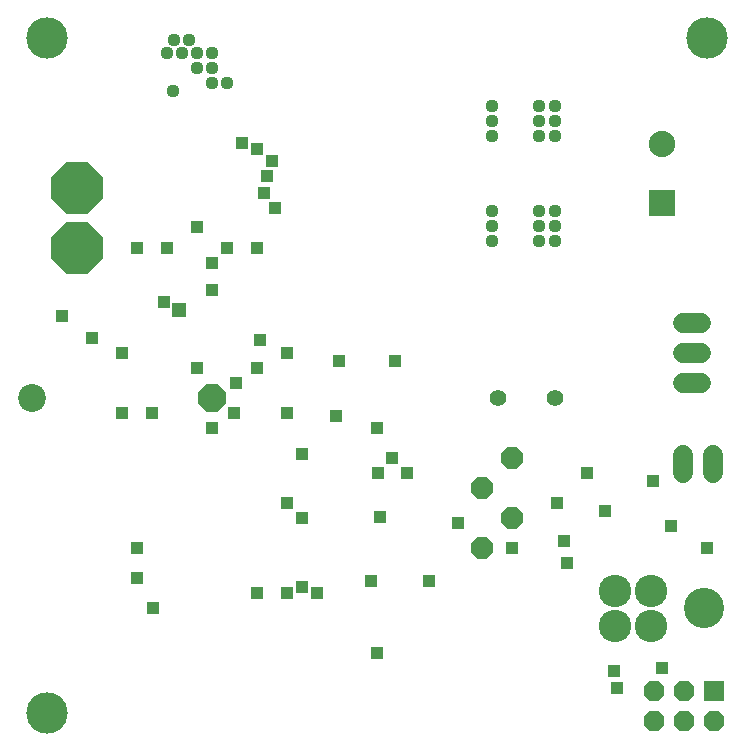
<source format=gbs>
G75*
G70*
%OFA0B0*%
%FSLAX24Y24*%
%IPPOS*%
%LPD*%
%AMOC8*
5,1,8,0,0,1.08239X$1,22.5*
%
%ADD10C,0.0560*%
%ADD11OC8,0.0710*%
%ADD12C,0.1080*%
%ADD13C,0.1340*%
%ADD14C,0.0680*%
%ADD15R,0.0680X0.0680*%
%ADD16OC8,0.0680*%
%ADD17C,0.0930*%
%ADD18OC8,0.0930*%
%ADD19C,0.1380*%
%ADD20OC8,0.1720*%
%ADD21R,0.0880X0.0880*%
%ADD22C,0.0880*%
%ADD23R,0.0440X0.0440*%
%ADD24R,0.0476X0.0476*%
%ADD25C,0.0440*%
D10*
X019947Y012282D03*
X021847Y012282D03*
D11*
X020397Y010282D03*
X019397Y009282D03*
X020397Y008282D03*
X019397Y007282D03*
D12*
X023847Y005876D03*
X025028Y005876D03*
X025028Y004695D03*
X023847Y004695D03*
D13*
X026799Y005285D03*
D14*
X027097Y009782D02*
X027097Y010382D01*
X026097Y010382D02*
X026097Y009782D01*
X026097Y012782D02*
X026697Y012782D01*
X026697Y013782D02*
X026097Y013782D01*
X026097Y014782D02*
X026697Y014782D01*
D15*
X027147Y002532D03*
D16*
X026147Y002532D03*
X026147Y001532D03*
X027147Y001532D03*
X025147Y001532D03*
X025147Y002532D03*
D17*
X004397Y012282D03*
D18*
X010397Y012282D03*
D19*
X004897Y001782D03*
X004897Y024282D03*
X026897Y024282D03*
D20*
X005897Y019282D03*
X005897Y017282D03*
D21*
X025397Y018782D03*
D22*
X025397Y020751D03*
D23*
X016497Y013532D03*
X014647Y013532D03*
X012897Y013782D03*
X011997Y014232D03*
X011897Y013282D03*
X011197Y012782D03*
X011147Y011782D03*
X010397Y011282D03*
X008397Y011782D03*
X007397Y011782D03*
X007397Y013782D03*
X006397Y014282D03*
X005397Y015032D03*
X007897Y017282D03*
X008897Y017282D03*
X009897Y017982D03*
X010897Y017282D03*
X010397Y016782D03*
X010397Y015882D03*
X008797Y015482D03*
X009897Y013282D03*
X012897Y011782D03*
X013397Y010432D03*
X014547Y011682D03*
X015897Y011282D03*
X016397Y010282D03*
X015947Y009782D03*
X016897Y009782D03*
X015997Y008332D03*
X015697Y006182D03*
X013897Y005782D03*
X013397Y005982D03*
X012897Y005782D03*
X011897Y005782D03*
X013397Y008282D03*
X012897Y008782D03*
X008447Y005282D03*
X007897Y006282D03*
X007897Y007282D03*
X015897Y003782D03*
X017647Y006182D03*
X018597Y008132D03*
X020397Y007282D03*
X022147Y007532D03*
X022247Y006782D03*
X023497Y008532D03*
X022897Y009782D03*
X021897Y008782D03*
X025097Y009532D03*
X025697Y008032D03*
X026897Y007282D03*
X025397Y003282D03*
X023797Y003182D03*
X023897Y002624D03*
X011897Y017282D03*
X012497Y018632D03*
X012147Y019132D03*
X012247Y019682D03*
X012397Y020182D03*
X011897Y020582D03*
X011397Y020782D03*
D24*
X009297Y015232D03*
D25*
X009097Y022532D03*
X009897Y023282D03*
X010397Y023282D03*
X010397Y022782D03*
X010897Y022782D03*
X010397Y023782D03*
X009897Y023782D03*
X009397Y023782D03*
X008897Y023782D03*
X009147Y024232D03*
X009647Y024232D03*
X019747Y022032D03*
X019747Y021532D03*
X019747Y021032D03*
X021297Y021032D03*
X021297Y021532D03*
X021297Y022032D03*
X021847Y022032D03*
X021847Y021532D03*
X021847Y021032D03*
X021847Y018532D03*
X021847Y018032D03*
X021847Y017532D03*
X021297Y017532D03*
X021297Y018032D03*
X021297Y018532D03*
X019747Y018532D03*
X019747Y018032D03*
X019747Y017532D03*
M02*

</source>
